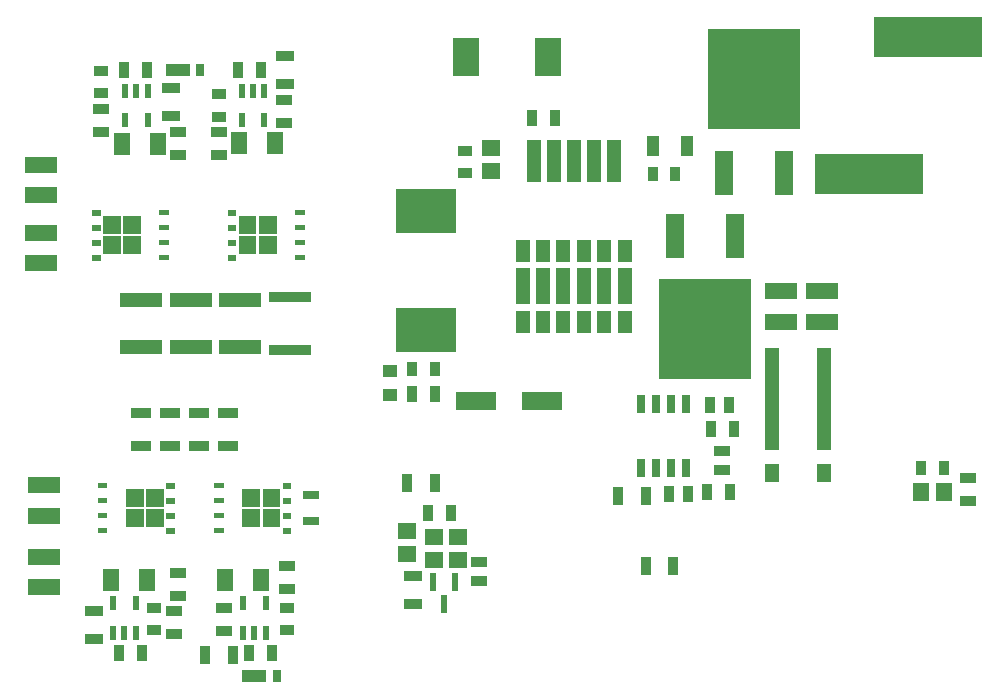
<source format=gtp>
G04*
G04 #@! TF.GenerationSoftware,Altium Limited,Altium Designer,21.6.4 (81)*
G04*
G04 Layer_Color=8421504*
%FSLAX44Y44*%
%MOMM*%
G71*
G04*
G04 #@! TF.SameCoordinates,3C3A1148-CEAA-43B7-A459-4803B486FB21*
G04*
G04*
G04 #@! TF.FilePolarity,Positive*
G04*
G01*
G75*
%ADD15R,1.2700X1.9050*%
%ADD16R,1.2700X3.0480*%
%ADD17R,0.9000X1.3000*%
%ADD18R,1.3561X1.8582*%
%ADD19R,0.6500X1.5250*%
%ADD20R,1.4500X0.9500*%
%ADD21R,0.9500X1.4500*%
%ADD22R,5.2000X3.7500*%
%ADD23R,1.7000X0.9500*%
%ADD24R,1.6200X3.8100*%
%ADD25R,7.8700X8.5100*%
%ADD26R,1.2000X8.7000*%
%ADD27R,1.2000X1.6000*%
%ADD28R,2.2500X3.2000*%
%ADD29R,0.9562X1.5562*%
%ADD30R,1.5562X0.9562*%
%ADD31R,1.4500X0.7500*%
%ADD32R,3.5200X1.2500*%
%ADD33R,2.8200X1.4300*%
%ADD34R,1.1000X1.8000*%
%ADD35R,1.5500X1.3500*%
%ADD36R,1.3500X1.5500*%
%ADD37R,2.0000X1.1000*%
%ADD38R,0.8000X1.1000*%
%ADD39R,1.3900X0.9600*%
%ADD40R,0.9600X1.3900*%
%ADD41R,0.6000X1.5000*%
%ADD42R,1.1500X3.6000*%
%ADD43R,1.3000X0.9000*%
%ADD44R,0.6000X1.2000*%
%ADD45R,1.2000X1.1000*%
%ADD46R,3.5000X1.6000*%
%ADD47R,9.2000X3.4000*%
%ADD48R,3.6100X0.8100*%
G36*
X135495Y167950D02*
X127245D01*
Y171950D01*
X135495D01*
Y167950D01*
D02*
G37*
G36*
Y180650D02*
X127245D01*
Y184650D01*
X135495D01*
Y180650D01*
D02*
G37*
G36*
X166250Y173000D02*
X151250D01*
Y188000D01*
X166250D01*
Y173000D01*
D02*
G37*
G36*
X135495Y193350D02*
X127245D01*
Y197350D01*
X135495D01*
Y193350D01*
D02*
G37*
G36*
Y206050D02*
X127245D01*
Y210050D01*
X135495D01*
Y206050D01*
D02*
G37*
G36*
X166250Y190000D02*
X151250D01*
Y205000D01*
X166250D01*
Y190000D01*
D02*
G37*
G36*
X192750Y180150D02*
X185250D01*
Y185150D01*
X192750D01*
Y180150D01*
D02*
G37*
G36*
X183250Y173000D02*
X168250D01*
Y188000D01*
X183250D01*
Y173000D01*
D02*
G37*
G36*
X192750Y167450D02*
X185250D01*
Y172450D01*
X192750D01*
Y167450D01*
D02*
G37*
G36*
Y205550D02*
X185250D01*
Y210550D01*
X192750D01*
Y205550D01*
D02*
G37*
G36*
Y192850D02*
X185250D01*
Y197850D01*
X192750D01*
Y192850D01*
D02*
G37*
G36*
X183250Y190000D02*
X168250D01*
Y205000D01*
X183250D01*
Y190000D01*
D02*
G37*
G36*
X234125Y167950D02*
X225875D01*
Y171950D01*
X234125D01*
Y167950D01*
D02*
G37*
G36*
Y180650D02*
X225875D01*
Y184650D01*
X234125D01*
Y180650D01*
D02*
G37*
G36*
X264880Y173000D02*
X249880D01*
Y188000D01*
X264880D01*
Y173000D01*
D02*
G37*
G36*
X234125Y193350D02*
X225875D01*
Y197350D01*
X234125D01*
Y193350D01*
D02*
G37*
G36*
Y206050D02*
X225875D01*
Y210050D01*
X234125D01*
Y206050D01*
D02*
G37*
G36*
X264880Y190000D02*
X249880D01*
Y205000D01*
X264880D01*
Y190000D01*
D02*
G37*
G36*
X291380Y180150D02*
X283880D01*
Y185150D01*
X291380D01*
Y180150D01*
D02*
G37*
G36*
X281880Y173000D02*
X266880D01*
Y188000D01*
X281880D01*
Y173000D01*
D02*
G37*
G36*
X291380Y167450D02*
X283880D01*
Y172450D01*
X291380D01*
Y167450D01*
D02*
G37*
G36*
X281880Y190000D02*
X266880D01*
Y205000D01*
X281880D01*
Y190000D01*
D02*
G37*
G36*
X291380Y192850D02*
X283880D01*
Y197850D01*
X291380D01*
Y192850D01*
D02*
G37*
G36*
Y205550D02*
X283880D01*
Y210550D01*
X291380D01*
Y205550D01*
D02*
G37*
G36*
X122250Y403450D02*
X129750D01*
Y398450D01*
X122250D01*
Y403450D01*
D02*
G37*
G36*
Y416150D02*
X129750D01*
Y411150D01*
X122250D01*
Y416150D01*
D02*
G37*
G36*
X131750Y419000D02*
X146750D01*
Y404000D01*
X131750D01*
Y419000D01*
D02*
G37*
G36*
X122250Y428850D02*
X129750D01*
Y423850D01*
X122250D01*
Y428850D01*
D02*
G37*
G36*
Y441550D02*
X129750D01*
Y436550D01*
X122250D01*
Y441550D01*
D02*
G37*
G36*
X131750Y436000D02*
X146750D01*
Y421000D01*
X131750D01*
Y436000D01*
D02*
G37*
G36*
X187755Y411650D02*
X179505D01*
Y415650D01*
X187755D01*
Y411650D01*
D02*
G37*
G36*
X163750Y404000D02*
X148750D01*
Y419000D01*
X163750D01*
Y404000D01*
D02*
G37*
G36*
X187755Y398950D02*
X179505D01*
Y402950D01*
X187755D01*
Y398950D01*
D02*
G37*
G36*
X148750Y436000D02*
X163750D01*
Y421000D01*
X148750D01*
Y436000D01*
D02*
G37*
G36*
X179505Y428350D02*
X187755D01*
Y424350D01*
X179505D01*
Y428350D01*
D02*
G37*
G36*
Y441050D02*
X187755D01*
Y437050D01*
X179505D01*
Y441050D01*
D02*
G37*
G36*
X237250Y403450D02*
X244750D01*
Y398450D01*
X237250D01*
Y403450D01*
D02*
G37*
G36*
Y416150D02*
X244750D01*
Y411150D01*
X237250D01*
Y416150D01*
D02*
G37*
G36*
X246750Y419000D02*
X261750D01*
Y404000D01*
X246750D01*
Y419000D01*
D02*
G37*
G36*
X237250Y428850D02*
X244750D01*
Y423850D01*
X237250D01*
Y428850D01*
D02*
G37*
G36*
Y441550D02*
X244750D01*
Y436550D01*
X237250D01*
Y441550D01*
D02*
G37*
G36*
X246750Y436000D02*
X261750D01*
Y421000D01*
X246750D01*
Y436000D01*
D02*
G37*
G36*
X302755Y411650D02*
X294505D01*
Y415650D01*
X302755D01*
Y411650D01*
D02*
G37*
G36*
X278750Y404000D02*
X263750D01*
Y419000D01*
X278750D01*
Y404000D01*
D02*
G37*
G36*
X302755Y398950D02*
X294505D01*
Y402950D01*
X302755D01*
Y398950D01*
D02*
G37*
G36*
Y437050D02*
X294505D01*
Y441050D01*
X302755D01*
Y437050D01*
D02*
G37*
G36*
Y424350D02*
X294505D01*
Y428350D01*
X302755D01*
Y424350D01*
D02*
G37*
G36*
X278750Y421000D02*
X263750D01*
Y436000D01*
X278750D01*
Y421000D01*
D02*
G37*
D15*
X573503Y406642D02*
D03*
Y346953D02*
D03*
X556231D02*
D03*
Y406642D02*
D03*
X538959Y346953D02*
D03*
Y406642D02*
D03*
X521687Y346953D02*
D03*
Y406642D02*
D03*
X487143Y346953D02*
D03*
Y406642D02*
D03*
X504415Y346953D02*
D03*
Y406642D02*
D03*
D16*
X573503Y376797D02*
D03*
X556231D02*
D03*
X538959D02*
D03*
X521687D02*
D03*
X487143D02*
D03*
X504415D02*
D03*
D17*
X597500Y472000D02*
D03*
X616500D02*
D03*
X412588Y306615D02*
D03*
X393588D02*
D03*
X824492Y223000D02*
D03*
X843493D02*
D03*
D18*
X234739Y128000D02*
D03*
X265261D02*
D03*
X178261Y497000D02*
D03*
X147739D02*
D03*
X169261Y128000D02*
D03*
X138739D02*
D03*
X277261Y498000D02*
D03*
X246739D02*
D03*
D19*
X625257Y277120D02*
D03*
X612557D02*
D03*
X599857D02*
D03*
X587157D02*
D03*
Y222880D02*
D03*
X599857D02*
D03*
X612557D02*
D03*
X625257D02*
D03*
D20*
X288000Y120250D02*
D03*
Y139750D02*
D03*
X130208Y526750D02*
D03*
Y507250D02*
D03*
X234000Y85250D02*
D03*
Y104750D02*
D03*
X195000Y488250D02*
D03*
Y507750D02*
D03*
X192000Y101750D02*
D03*
Y82250D02*
D03*
X230000Y507750D02*
D03*
Y488250D02*
D03*
X195000Y114950D02*
D03*
Y134450D02*
D03*
X285000Y534750D02*
D03*
Y515250D02*
D03*
X863993Y195250D02*
D03*
Y214750D02*
D03*
D21*
X255250Y66000D02*
D03*
X274750D02*
D03*
X168750Y560000D02*
D03*
X149250D02*
D03*
X407250Y185000D02*
D03*
X426750D02*
D03*
X145250Y66000D02*
D03*
X164750D02*
D03*
X265750Y560000D02*
D03*
X246250D02*
D03*
X646250Y256000D02*
D03*
X665750D02*
D03*
X643250Y203000D02*
D03*
X662750D02*
D03*
X393088Y285822D02*
D03*
X412588D02*
D03*
X495250Y519000D02*
D03*
X514750D02*
D03*
D22*
X405030Y440658D02*
D03*
Y339658D02*
D03*
D23*
X164000Y269318D02*
D03*
Y241318D02*
D03*
X188542Y269318D02*
D03*
Y241318D02*
D03*
X213085Y269318D02*
D03*
Y241318D02*
D03*
X237628Y269318D02*
D03*
Y241318D02*
D03*
D24*
X657657Y472793D02*
D03*
X708457D02*
D03*
X666858Y419700D02*
D03*
X616058D02*
D03*
D25*
X683057Y552193D02*
D03*
X641458Y340300D02*
D03*
D26*
X742000Y281250D02*
D03*
X698000D02*
D03*
D27*
Y218750D02*
D03*
X742000D02*
D03*
D28*
X439207Y571208D02*
D03*
X508208D02*
D03*
D29*
X591250Y140000D02*
D03*
X614750D02*
D03*
X218250Y65000D02*
D03*
X241750D02*
D03*
X412750Y210574D02*
D03*
X389250D02*
D03*
X591750Y199473D02*
D03*
X568250D02*
D03*
D30*
X189000Y544750D02*
D03*
Y521250D02*
D03*
X394000Y108250D02*
D03*
Y131750D02*
D03*
X124000Y101750D02*
D03*
Y78250D02*
D03*
X286000Y571750D02*
D03*
Y548250D02*
D03*
D31*
X308000Y200000D02*
D03*
Y178000D02*
D03*
D32*
X164000Y325518D02*
D03*
Y365118D02*
D03*
X206000Y325518D02*
D03*
Y365118D02*
D03*
X248000Y325518D02*
D03*
Y365118D02*
D03*
D33*
X740242Y346693D02*
D03*
Y372492D02*
D03*
X706000Y346693D02*
D03*
Y372492D02*
D03*
X82000Y122100D02*
D03*
Y147900D02*
D03*
Y208307D02*
D03*
Y182507D02*
D03*
X79000Y396442D02*
D03*
Y422243D02*
D03*
Y479900D02*
D03*
Y454100D02*
D03*
D34*
X597115Y495457D02*
D03*
X626115D02*
D03*
D35*
X389000Y169750D02*
D03*
Y150250D02*
D03*
X412000Y145250D02*
D03*
Y164750D02*
D03*
X432000Y164750D02*
D03*
Y145250D02*
D03*
X460000Y493750D02*
D03*
Y474250D02*
D03*
D36*
X824242Y203000D02*
D03*
X843743D02*
D03*
D37*
X260000Y47000D02*
D03*
X195000Y560000D02*
D03*
D38*
X279000Y47000D02*
D03*
X214000Y560000D02*
D03*
D39*
X450000Y126900D02*
D03*
Y143100D02*
D03*
X656000Y237543D02*
D03*
Y221343D02*
D03*
D40*
X627407Y201208D02*
D03*
X611208D02*
D03*
X662100Y276543D02*
D03*
X645900D02*
D03*
D41*
X430000Y126458D02*
D03*
X411000D02*
D03*
X420500Y107458D02*
D03*
D42*
X496322Y483208D02*
D03*
X513322D02*
D03*
X530322D02*
D03*
X547322D02*
D03*
X564322D02*
D03*
D43*
X130457Y540500D02*
D03*
Y559500D02*
D03*
X230000Y520500D02*
D03*
Y539500D02*
D03*
X288000Y104500D02*
D03*
Y85500D02*
D03*
X175000Y104500D02*
D03*
Y85500D02*
D03*
X438000Y472500D02*
D03*
Y491500D02*
D03*
D44*
X268500Y517500D02*
D03*
X249500D02*
D03*
Y542500D02*
D03*
X259000D02*
D03*
X268500D02*
D03*
X250500Y108500D02*
D03*
X269500D02*
D03*
Y83500D02*
D03*
X260000D02*
D03*
X250500D02*
D03*
X140500Y108500D02*
D03*
X159500D02*
D03*
Y83500D02*
D03*
X150000D02*
D03*
X140500D02*
D03*
X169500Y517500D02*
D03*
X150500D02*
D03*
Y542500D02*
D03*
X160000D02*
D03*
X169500D02*
D03*
D45*
X374795Y284500D02*
D03*
Y305500D02*
D03*
D46*
X447665Y279365D02*
D03*
X503665D02*
D03*
D47*
X780000Y472000D02*
D03*
X830000Y588000D02*
D03*
D48*
X289743Y367818D02*
D03*
Y322818D02*
D03*
M02*

</source>
